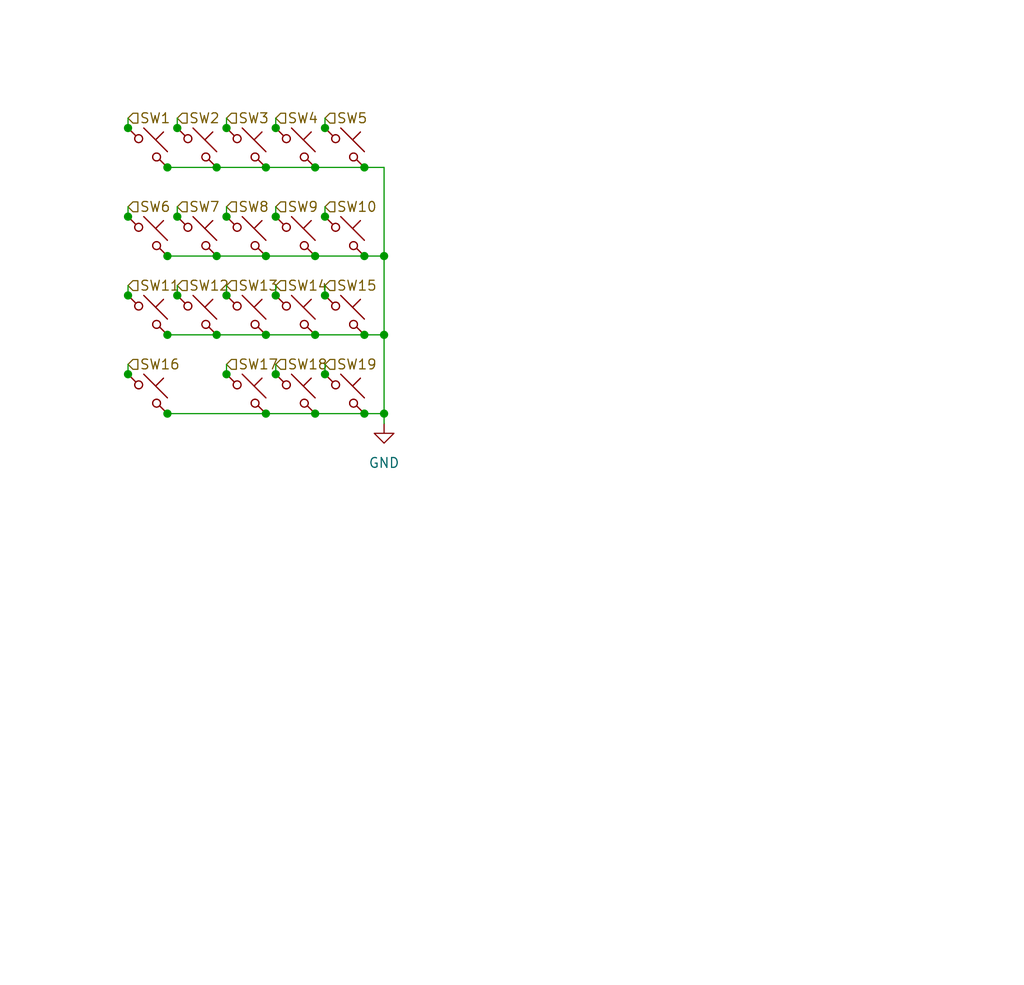
<source format=kicad_sch>
(kicad_sch (version 20250114) (generator "eeschema") (generator_version "9.0")
  (paper "User" 132.055 127)
  (lib_symbols
    (symbol "Switch:SW_Push_45deg" (pin_numbers (hide yes)) (pin_names (offset 1.016) (hide yes))
      (property "Reference" "SW" (at 3.048 1.016 0))
      (property "Value" "SW_Push_45deg" (at 0 -3.81 0))
      (symbol "SW_Push_45deg_0_1"
        (polyline (pts (xy -2.54 2.54) (xy -1.524 1.524) (xy -1.524 1.524)))
        (circle (center -1.1684 1.1684) (radius 0.508))
        (polyline (pts (xy -0.508 2.54) (xy 2.54 -0.508)))
        (polyline (pts (xy 1.016 1.016) (xy 2.032 2.032)))
        (circle (center 1.143 -1.1938) (radius 0.508))
        (polyline (pts (xy 1.524 -1.524) (xy 2.54 -2.54) (xy 2.54 -2.54) (xy 2.54 -2.54)))
        (pin passive line (at -2.54 2.54 0) (length 0) (name "1") (number "1"))
        (pin passive line (at 2.54 -2.54 180) (length 0) (name "2") (number "2"))
      )
    )
    (symbol "power:GND" (power) (pin_numbers (hide yes)) (pin_names (offset 0) (hide yes))
      (property "Value" "GND" (at 0 -3.81 0))
      (symbol "GND_0_1"
        (polyline (pts (xy 0 0) (xy 0 -1.27) (xy 1.27 -1.27) (xy 0 -2.54) (xy -1.27 -1.27) (xy 0 -1.27)))
      )
      (symbol "GND_1_1"
        (pin power_in line (at 0 0 270) (length 0) (name "~") (number "1"))
      )
    )
  )
  (junction (at 49.53 53.34))
  (junction (at 46.99 33.02))
  (junction (at 41.91 38.1))
  (junction (at 41.91 27.94))
  (junction (at 29.21 27.94))
  (junction (at 22.86 27.94))
  (junction (at 49.53 43.18))
  (junction (at 16.51 16.51))
  (junction (at 34.29 43.18))
  (junction (at 16.51 48.26))
  (junction (at 29.21 16.51))
  (junction (at 21.59 53.34))
  (junction (at 29.21 38.1))
  (junction (at 40.64 33.02))
  (junction (at 41.91 16.51))
  (junction (at 49.53 33.02))
  (junction (at 27.94 43.18))
  (junction (at 46.99 43.18))
  (junction (at 40.64 21.59))
  (junction (at 16.51 38.1))
  (junction (at 46.99 21.59))
  (junction (at 22.86 16.51))
  (junction (at 46.99 53.34))
  (junction (at 40.64 43.18))
  (junction (at 21.59 21.59))
  (junction (at 29.21 48.26))
  (junction (at 27.94 33.02))
  (junction (at 35.56 16.51))
  (junction (at 35.56 27.94))
  (junction (at 34.29 21.59))
  (junction (at 35.56 48.26))
  (junction (at 21.59 43.18))
  (junction (at 41.91 48.26))
  (junction (at 22.86 38.1))
  (junction (at 35.56 38.1))
  (junction (at 34.29 53.34))
  (junction (at 27.94 21.59))
  (junction (at 21.59 33.02))
  (junction (at 40.64 53.34))
  (junction (at 16.51 27.94))
  (junction (at 34.29 33.02))
  (wire (pts (xy 41.91 16.51) (xy 41.91 15.24)))
  (wire (pts (xy 41.91 36.83) (xy 41.91 38.1)))
  (wire (pts (xy 21.59 53.34) (xy 34.29 53.34)))
  (wire (pts (xy 40.64 43.18) (xy 46.99 43.18)))
  (wire (pts (xy 34.29 43.18) (xy 40.64 43.18)))
  (wire (pts (xy 49.53 33.02) (xy 49.53 21.59)))
  (wire (pts (xy 22.86 26.67) (xy 22.86 27.94)))
  (wire (pts (xy 21.59 21.59) (xy 27.94 21.59)))
  (wire (pts (xy 46.99 33.02) (xy 49.53 33.02)))
  (wire (pts (xy 29.21 46.99) (xy 29.21 48.26)))
  (wire (pts (xy 46.99 43.18) (xy 49.53 43.18)))
  (wire (pts (xy 35.56 36.83) (xy 35.56 38.1)))
  (wire (pts (xy 34.29 33.02) (xy 40.64 33.02)))
  (wire (pts (xy 27.94 43.18) (xy 34.29 43.18)))
  (wire (pts (xy 49.53 54.61) (xy 49.53 53.34)))
  (wire (pts (xy 21.59 43.18) (xy 27.94 43.18)))
  (wire (pts (xy 49.53 21.59) (xy 46.99 21.59)))
  (wire (pts (xy 27.94 33.02) (xy 34.29 33.02)))
  (wire (pts (xy 34.29 53.34) (xy 40.64 53.34)))
  (wire (pts (xy 16.51 36.83) (xy 16.51 38.1)))
  (wire (pts (xy 29.21 16.51) (xy 29.21 15.24)))
  (wire (pts (xy 40.64 33.02) (xy 46.99 33.02)))
  (wire (pts (xy 41.91 26.67) (xy 41.91 27.94)))
  (wire (pts (xy 16.51 46.99) (xy 16.51 48.26)))
  (wire (pts (xy 21.59 33.02) (xy 27.94 33.02)))
  (wire (pts (xy 29.21 36.83) (xy 29.21 38.1)))
  (wire (pts (xy 40.64 53.34) (xy 46.99 53.34)))
  (wire (pts (xy 40.64 21.59) (xy 46.99 21.59)))
  (wire (pts (xy 22.86 36.83) (xy 22.86 38.1)))
  (wire (pts (xy 41.91 46.99) (xy 41.91 48.26)))
  (wire (pts (xy 16.51 15.24) (xy 16.51 16.51)))
  (wire (pts (xy 27.94 21.59) (xy 34.29 21.59)))
  (wire (pts (xy 35.56 16.51) (xy 35.56 15.24)))
  (wire (pts (xy 16.51 26.67) (xy 16.51 27.94)))
  (wire (pts (xy 29.21 26.67) (xy 29.21 27.94)))
  (wire (pts (xy 46.99 53.34) (xy 49.53 53.34)))
  (wire (pts (xy 35.56 26.67) (xy 35.56 27.94)))
  (wire (pts (xy 49.53 53.34) (xy 49.53 43.18)))
  (wire (pts (xy 34.29 21.59) (xy 40.64 21.59)))
  (wire (pts (xy 49.53 43.18) (xy 49.53 33.02)))
  (wire (pts (xy 22.86 15.24) (xy 22.86 16.51)))
  (wire (pts (xy 35.56 46.99) (xy 35.56 48.26)))
  (hierarchical_label "SW8" (shape input) (at 29.21 26.67 0))
  (hierarchical_label "SW10" (shape input) (at 41.91 26.67 0))
  (hierarchical_label "SW1" (shape input) (at 16.51 15.24 0))
  (hierarchical_label "SW12" (shape input) (at 22.86 36.83 0))
  (hierarchical_label "SW9" (shape input) (at 35.56 26.67 0))
  (hierarchical_label "SW18" (shape input) (at 35.56 46.99 0))
  (hierarchical_label "SW17" (shape input) (at 29.21 46.99 0))
  (hierarchical_label "SW6" (shape input) (at 16.51 26.67 0))
  (hierarchical_label "SW5" (shape input) (at 41.91 15.24 0))
  (hierarchical_label "SW14" (shape input) (at 35.56 36.83 0))
  (hierarchical_label "SW7" (shape input) (at 22.86 26.67 0))
  (hierarchical_label "SW16" (shape input) (at 16.51 46.99 0))
  (hierarchical_label "SW13" (shape input) (at 29.21 36.83 0))
  (hierarchical_label "SW3" (shape input) (at 29.21 15.24 0))
  (hierarchical_label "SW4" (shape input) (at 35.56 15.24 0))
  (hierarchical_label "SW15" (shape input) (at 41.91 36.83 0))
  (hierarchical_label "SW19" (shape input) (at 41.91 46.99 0))
  (hierarchical_label "SW2" (shape input) (at 22.86 15.24 0))
  (hierarchical_label "SW11" (shape input) (at 16.51 36.83 0))
  (symbol (lib_id "Switch:SW_Push_45deg") (at 19.05 19.05 0) (unit 1)
    (property "Reference" "SW3" (effects (hide yes)))
    (property "Value" "SW_Push_45deg" (effects (hide yes)))
    (property "Footprint" "ScottoKeebs_Choc:choc_v2_swap" (effects (hide yes)))
    (property "Description" "Push button switch, normally open, two pins, 45° tilted" (effects (hide yes)))
  )
  (symbol (lib_id "Switch:SW_Push_45deg") (at 25.4 40.64 0) (unit 1)
    (property "Reference" "SW15" (effects (hide yes)))
    (property "Value" "SW_Push_45deg" (effects (hide yes)))
    (property "Footprint" "ScottoKeebs_Choc:choc_v2_swap" (effects (hide yes)))
    (property "Description" "Push button switch, normally open, two pins, 45° tilted" (effects (hide yes)))
  )
  (symbol (lib_id "Switch:SW_Push_45deg") (at 44.45 40.64 0) (unit 1)
    (property "Reference" "SW18" (effects (hide yes)))
    (property "Value" "SW_Push_45deg" (effects (hide yes)))
    (property "Footprint" "ScottoKeebs_Choc:choc_v2_swap" (effects (hide yes)))
    (property "Description" "Push button switch, normally open, two pins, 45° tilted" (effects (hide yes)))
  )
  (symbol (lib_id "Switch:SW_Push_45deg") (at 44.45 50.8 0) (unit 1)
    (property "Reference" "SW22" (effects (hide yes)))
    (property "Value" "SW_Push_45deg" (effects (hide yes)))
    (property "Footprint" "ScottoKeebs_Choc:choc_v2_swap" (effects (hide yes)))
    (property "Description" "Push button switch, normally open, two pins, 45° tilted" (effects (hide yes)))
  )
  (symbol (lib_id "Switch:SW_Push_45deg") (at 31.75 50.8 0) (unit 1)
    (property "Reference" "SW20" (effects (hide yes)))
    (property "Value" "SW_Push_45deg" (effects (hide yes)))
    (property "Footprint" "ScottoKeebs_Choc:choc_v2_swap" (effects (hide yes)))
    (property "Description" "Push button switch, normally open, two pins, 45° tilted" (effects (hide yes)))
  )
  (symbol (lib_id "Switch:SW_Push_45deg") (at 19.05 40.64 0) (unit 1)
    (property "Reference" "SW14" (effects (hide yes)))
    (property "Value" "SW_Push_45deg" (effects (hide yes)))
    (property "Footprint" "ScottoKeebs_Choc:choc_v2_swap" (effects (hide yes)))
    (property "Description" "Push button switch, normally open, two pins, 45° tilted" (effects (hide yes)))
  )
  (symbol (lib_id "Switch:SW_Push_45deg") (at 44.45 30.48 0) (unit 1)
    (property "Reference" "SW39" (effects (hide yes)))
    (property "Value" "SW_Push_45deg" (effects (hide yes)))
    (property "Footprint" "ScottoKeebs_Choc:choc_v2_swap" (effects (hide yes)))
    (property "Description" "Push button switch, normally open, two pins, 45° tilted" (effects (hide yes)))
  )
  (symbol (lib_id "Switch:SW_Push_45deg") (at 44.45 30.48 0) (unit 1)
    (property "Reference" "SW13" (effects (hide yes)))
    (property "Value" "SW_Push_45deg" (effects (hide yes)))
    (property "Footprint" "ScottoKeebs_Choc:choc_v2_swap" (effects (hide yes)))
    (property "Description" "Push button switch, normally open, two pins, 45° tilted" (effects (hide yes)))
  )
  (symbol (lib_id "Switch:SW_Push_45deg") (at 38.1 19.05 0) (unit 1)
    (property "Reference" "SW34" (effects (hide yes)))
    (property "Value" "SW_Push_45deg" (effects (hide yes)))
    (property "Footprint" "ScottoKeebs_Choc:choc_v2_swap" (effects (hide yes)))
    (property "Description" "Push button switch, normally open, two pins, 45° tilted" (effects (hide yes)))
  )
  (symbol (lib_id "Switch:SW_Push_45deg") (at 38.1 30.48 0) (unit 1)
    (property "Reference" "SW12" (effects (hide yes)))
    (property "Value" "SW_Push_45deg" (effects (hide yes)))
    (property "Footprint" "ScottoKeebs_Choc:choc_v2_swap" (effects (hide yes)))
    (property "Description" "Push button switch, normally open, two pins, 45° tilted" (effects (hide yes)))
  )
  (symbol (lib_id "Switch:SW_Push_45deg") (at 25.4 40.64 0) (unit 1)
    (property "Reference" "SW29" (effects (hide yes)))
    (property "Value" "SW_Push_45deg" (effects (hide yes)))
    (property "Footprint" "ScottoKeebs_Choc:choc_v2_swap" (effects (hide yes)))
    (property "Description" "Push button switch, normally open, two pins, 45° tilted" (effects (hide yes)))
  )
  (symbol (lib_id "Switch:SW_Push_45deg") (at 44.45 19.05 0) (unit 1)
    (property "Reference" "SW38" (effects (hide yes)))
    (property "Value" "SW_Push_45deg" (effects (hide yes)))
    (property "Footprint" "ScottoKeebs_Choc:choc_v2_swap" (effects (hide yes)))
    (property "Description" "Push button switch, normally open, two pins, 45° tilted" (effects (hide yes)))
  )
  (symbol (lib_id "Switch:SW_Push_45deg") (at 31.75 40.64 0) (unit 1)
    (property "Reference" "SW32" (effects (hide yes)))
    (property "Value" "SW_Push_45deg" (effects (hide yes)))
    (property "Footprint" "ScottoKeebs_Choc:choc_v2_swap" (effects (hide yes)))
    (property "Description" "Push button switch, normally open, two pins, 45° tilted" (effects (hide yes)))
  )
  (symbol (lib_id "Switch:SW_Push_45deg") (at 19.05 50.8 0) (unit 1)
    (property "Reference" "SW19" (effects (hide yes)))
    (property "Value" "SW_Push_45deg" (effects (hide yes)))
    (property "Footprint" "ScottoKeebs_Choc:choc_v2_swap" (effects (hide yes)))
    (property "Description" "Push button switch, normally open, two pins, 45° tilted" (effects (hide yes)))
  )
  (symbol (lib_id "Switch:SW_Push_45deg") (at 38.1 30.48 0) (unit 1)
    (property "Reference" "SW35" (effects (hide yes)))
    (property "Value" "SW_Push_45deg" (effects (hide yes)))
    (property "Footprint" "ScottoKeebs_Choc:choc_v2_swap" (effects (hide yes)))
    (property "Description" "Push button switch, normally open, two pins, 45° tilted" (effects (hide yes)))
  )
  (symbol (lib_id "Switch:SW_Push_45deg") (at 44.45 19.05 0) (unit 1)
    (property "Reference" "SW8" (effects (hide yes)))
    (property "Value" "SW_Push_45deg" (effects (hide yes)))
    (property "Footprint" "ScottoKeebs_Choc:choc_v2_swap" (effects (hide yes)))
    (property "Description" "Push button switch, normally open, two pins, 45° tilted" (effects (hide yes)))
  )
  (symbol (lib_id "Switch:SW_Push_45deg") (at 25.4 19.05 0) (unit 1)
    (property "Reference" "SW5" (effects (hide yes)))
    (property "Value" "SW_Push_45deg" (effects (hide yes)))
    (property "Footprint" "ScottoKeebs_Choc:choc_v2_swap" (effects (hide yes)))
    (property "Description" "Push button switch, normally open, two pins, 45° tilted" (effects (hide yes)))
  )
  (symbol (lib_id "Switch:SW_Push_45deg") (at 25.4 19.05 0) (unit 1)
    (property "Reference" "SW27" (effects (hide yes)))
    (property "Value" "SW_Push_45deg" (effects (hide yes)))
    (property "Footprint" "ScottoKeebs_Choc:choc_v2_swap" (effects (hide yes)))
    (property "Description" "Push button switch, normally open, two pins, 45° tilted" (effects (hide yes)))
  )
  (symbol (lib_id "Switch:SW_Push_45deg") (at 19.05 30.48 0) (unit 1)
    (property "Reference" "SW24" (effects (hide yes)))
    (property "Value" "SW_Push_45deg" (effects (hide yes)))
    (property "Footprint" "ScottoKeebs_Choc:choc_v2_swap" (effects (hide yes)))
    (property "Description" "Push button switch, normally open, two pins, 45° tilted" (effects (hide yes)))
  )
  (symbol (lib_id "Switch:SW_Push_45deg") (at 31.75 19.05 0) (unit 1)
    (property "Reference" "SW6" (effects (hide yes)))
    (property "Value" "SW_Push_45deg" (effects (hide yes)))
    (property "Footprint" "ScottoKeebs_Choc:choc_v2_swap" (effects (hide yes)))
    (property "Description" "Push button switch, normally open, two pins, 45° tilted" (effects (hide yes)))
  )
  (symbol (lib_id "Switch:SW_Push_45deg") (at 38.1 50.8 0) (unit 1)
    (property "Reference" "SW21" (effects (hide yes)))
    (property "Value" "SW_Push_45deg" (effects (hide yes)))
    (property "Footprint" "ScottoKeebs_Choc:choc_v2_swap" (effects (hide yes)))
    (property "Description" "Push button switch, normally open, two pins, 45° tilted" (effects (hide yes)))
  )
  (symbol (lib_id "Switch:SW_Push_45deg") (at 31.75 50.8 0) (unit 1)
    (property "Reference" "SW33" (effects (hide yes)))
    (property "Value" "SW_Push_45deg" (effects (hide yes)))
    (property "Footprint" "ScottoKeebs_Choc:choc_v2_swap" (effects (hide yes)))
    (property "Description" "Push button switch, normally open, two pins, 45° tilted" (effects (hide yes)))
  )
  (symbol (lib_id "Switch:SW_Push_45deg") (at 38.1 40.64 0) (unit 1)
    (property "Reference" "SW36" (effects (hide yes)))
    (property "Value" "SW_Push_45deg" (effects (hide yes)))
    (property "Footprint" "ScottoKeebs_Choc:choc_v2_swap" (effects (hide yes)))
    (property "Description" "Push button switch, normally open, two pins, 45° tilted" (effects (hide yes)))
  )
  (symbol (lib_id "Switch:SW_Push_45deg") (at 38.1 50.8 0) (unit 1)
    (property "Reference" "SW37" (effects (hide yes)))
    (property "Value" "SW_Push_45deg" (effects (hide yes)))
    (property "Footprint" "ScottoKeebs_Choc:choc_v2_swap" (effects (hide yes)))
    (property "Description" "Push button switch, normally open, two pins, 45° tilted" (effects (hide yes)))
  )
  (symbol (lib_id "Switch:SW_Push_45deg") (at 44.45 50.8 0) (unit 1)
    (property "Reference" "SW41" (effects (hide yes)))
    (property "Value" "SW_Push_45deg" (effects (hide yes)))
    (property "Footprint" "ScottoKeebs_Choc:choc_v2_swap" (effects (hide yes)))
    (property "Description" "Push button switch, normally open, two pins, 45° tilted" (effects (hide yes)))
  )
  (symbol (lib_id "Switch:SW_Push_45deg") (at 25.4 30.48 0) (unit 1)
    (property "Reference" "SW10" (effects (hide yes)))
    (property "Value" "SW_Push_45deg" (effects (hide yes)))
    (property "Footprint" "ScottoKeebs_Choc:choc_v2_swap" (effects (hide yes)))
    (property "Description" "Push button switch, normally open, two pins, 45° tilted" (effects (hide yes)))
  )
  (symbol (lib_id "power:GND") (at 49.53 54.61 0) (unit 1)
    (property "Reference" "#PWR026" (effects (hide yes)))
    (property "Value" "GND" (at 49.53 59.69 0))
    (property "Description" "Power symbol creates a global label with name \"GND\" , ground" (effects (hide yes)))
  )
  (symbol (lib_id "Switch:SW_Push_45deg") (at 31.75 30.48 0) (unit 1)
    (property "Reference" "SW31" (effects (hide yes)))
    (property "Value" "SW_Push_45deg" (effects (hide yes)))
    (property "Footprint" "ScottoKeebs_Choc:choc_v2_swap" (effects (hide yes)))
    (property "Description" "Push button switch, normally open, two pins, 45° tilted" (effects (hide yes)))
  )
  (symbol (lib_id "Switch:SW_Push_45deg") (at 25.4 30.48 0) (unit 1)
    (property "Reference" "SW28" (effects (hide yes)))
    (property "Value" "SW_Push_45deg" (effects (hide yes)))
    (property "Footprint" "ScottoKeebs_Choc:choc_v2_swap" (effects (hide yes)))
    (property "Description" "Push button switch, normally open, two pins, 45° tilted" (effects (hide yes)))
  )
  (symbol (lib_id "Switch:SW_Push_45deg") (at 31.75 19.05 0) (unit 1)
    (property "Reference" "SW30" (effects (hide yes)))
    (property "Value" "SW_Push_45deg" (effects (hide yes)))
    (property "Footprint" "ScottoKeebs_Choc:choc_v2_swap" (effects (hide yes)))
    (property "Description" "Push button switch, normally open, two pins, 45° tilted" (effects (hide yes)))
  )
  (symbol (lib_id "Switch:SW_Push_45deg") (at 31.75 30.48 0) (unit 1)
    (property "Reference" "SW11" (effects (hide yes)))
    (property "Value" "SW_Push_45deg" (effects (hide yes)))
    (property "Footprint" "ScottoKeebs_Choc:choc_v2_swap" (effects (hide yes)))
    (property "Description" "Push button switch, normally open, two pins, 45° tilted" (effects (hide yes)))
  )
  (symbol (lib_id "Switch:SW_Push_45deg") (at 44.45 40.64 0) (unit 1)
    (property "Reference" "SW40" (effects (hide yes)))
    (property "Value" "SW_Push_45deg" (effects (hide yes)))
    (property "Footprint" "ScottoKeebs_Choc:choc_v2_swap" (effects (hide yes)))
    (property "Description" "Push button switch, normally open, two pins, 45° tilted" (effects (hide yes)))
  )
  (symbol (lib_id "Switch:SW_Push_45deg") (at 19.05 40.64 0) (unit 1)
    (property "Reference" "SW25" (effects (hide yes)))
    (property "Value" "SW_Push_45deg" (effects (hide yes)))
    (property "Footprint" "ScottoKeebs_Choc:choc_v2_swap" (effects (hide yes)))
    (property "Description" "Push button switch, normally open, two pins, 45° tilted" (effects (hide yes)))
  )
  (symbol (lib_id "Switch:SW_Push_45deg") (at 19.05 19.05 0) (unit 1)
    (property "Reference" "SW23" (effects (hide yes)))
    (property "Value" "SW_Push_45deg" (effects (hide yes)))
    (property "Footprint" "ScottoKeebs_Choc:choc_v2_swap" (effects (hide yes)))
    (property "Description" "Push button switch, normally open, two pins, 45° tilted" (effects (hide yes)))
  )
  (symbol (lib_id "Switch:SW_Push_45deg") (at 19.05 50.8 0) (unit 1)
    (property "Reference" "SW26" (effects (hide yes)))
    (property "Value" "SW_Push_45deg" (effects (hide yes)))
    (property "Footprint" "ScottoKeebs_Choc:choc_v2_swap" (effects (hide yes)))
    (property "Description" "Push button switch, normally open, two pins, 45° tilted" (effects (hide yes)))
  )
  (symbol (lib_id "Switch:SW_Push_45deg") (at 38.1 19.05 0) (unit 1)
    (property "Reference" "SW7" (effects (hide yes)))
    (property "Value" "SW_Push_45deg" (effects (hide yes)))
    (property "Footprint" "ScottoKeebs_Choc:choc_v2_swap" (effects (hide yes)))
    (property "Description" "Push button switch, normally open, two pins, 45° tilted" (effects (hide yes)))
  )
  (symbol (lib_id "Switch:SW_Push_45deg") (at 38.1 40.64 0) (unit 1)
    (property "Reference" "SW17" (effects (hide yes)))
    (property "Value" "SW_Push_45deg" (effects (hide yes)))
    (property "Footprint" "ScottoKeebs_Choc:choc_v2_swap" (effects (hide yes)))
    (property "Description" "Push button switch, normally open, two pins, 45° tilted" (effects (hide yes)))
  )
  (symbol (lib_id "Switch:SW_Push_45deg") (at 31.75 40.64 0) (unit 1)
    (property "Reference" "SW16" (effects (hide yes)))
    (property "Value" "SW_Push_45deg" (effects (hide yes)))
    (property "Footprint" "ScottoKeebs_Choc:choc_v2_swap" (effects (hide yes)))
    (property "Description" "Push button switch, normally open, two pins, 45° tilted" (effects (hide yes)))
  )
  (symbol (lib_id "Switch:SW_Push_45deg") (at 19.05 30.48 0) (unit 1)
    (property "Reference" "SW9" (effects (hide yes)))
    (property "Value" "SW_Push_45deg" (effects (hide yes)))
    (property "Footprint" "ScottoKeebs_Choc:choc_v2_swap" (effects (hide yes)))
    (property "Description" "Push button switch, normally open, two pins, 45° tilted" (effects (hide yes)))
  )
)
</source>
